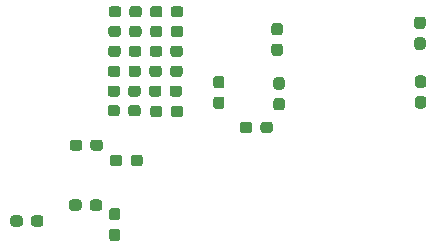
<source format=gbr>
%TF.GenerationSoftware,KiCad,Pcbnew,(5.1.6-0-10_14)*%
%TF.CreationDate,2020-07-31T15:00:41-05:00*%
%TF.ProjectId,final_fingerprint_sensor,66696e61-6c5f-4666-996e-676572707269,rev?*%
%TF.SameCoordinates,Original*%
%TF.FileFunction,Paste,Bot*%
%TF.FilePolarity,Positive*%
%FSLAX46Y46*%
G04 Gerber Fmt 4.6, Leading zero omitted, Abs format (unit mm)*
G04 Created by KiCad (PCBNEW (5.1.6-0-10_14)) date 2020-07-31 15:00:41*
%MOMM*%
%LPD*%
G01*
G04 APERTURE LIST*
G04 APERTURE END LIST*
%TO.C,C1*%
G36*
G01*
X118525000Y-70162500D02*
X118525000Y-69687500D01*
G75*
G02*
X118762500Y-69450000I237500J0D01*
G01*
X119337500Y-69450000D01*
G75*
G02*
X119575000Y-69687500I0J-237500D01*
G01*
X119575000Y-70162500D01*
G75*
G02*
X119337500Y-70400000I-237500J0D01*
G01*
X118762500Y-70400000D01*
G75*
G02*
X118525000Y-70162500I0J237500D01*
G01*
G37*
G36*
G01*
X120275000Y-70162500D02*
X120275000Y-69687500D01*
G75*
G02*
X120512500Y-69450000I237500J0D01*
G01*
X121087500Y-69450000D01*
G75*
G02*
X121325000Y-69687500I0J-237500D01*
G01*
X121325000Y-70162500D01*
G75*
G02*
X121087500Y-70400000I-237500J0D01*
G01*
X120512500Y-70400000D01*
G75*
G02*
X120275000Y-70162500I0J237500D01*
G01*
G37*
%TD*%
%TO.C,C4*%
G36*
G01*
X121225000Y-57087500D02*
X121225000Y-57562500D01*
G75*
G02*
X120987500Y-57800000I-237500J0D01*
G01*
X120412500Y-57800000D01*
G75*
G02*
X120175000Y-57562500I0J237500D01*
G01*
X120175000Y-57087500D01*
G75*
G02*
X120412500Y-56850000I237500J0D01*
G01*
X120987500Y-56850000D01*
G75*
G02*
X121225000Y-57087500I0J-237500D01*
G01*
G37*
G36*
G01*
X119475000Y-57087500D02*
X119475000Y-57562500D01*
G75*
G02*
X119237500Y-57800000I-237500J0D01*
G01*
X118662500Y-57800000D01*
G75*
G02*
X118425000Y-57562500I0J237500D01*
G01*
X118425000Y-57087500D01*
G75*
G02*
X118662500Y-56850000I237500J0D01*
G01*
X119237500Y-56850000D01*
G75*
G02*
X119475000Y-57087500I0J-237500D01*
G01*
G37*
%TD*%
%TO.C,C6*%
G36*
G01*
X120125000Y-60912500D02*
X120125000Y-60437500D01*
G75*
G02*
X120362500Y-60200000I237500J0D01*
G01*
X120937500Y-60200000D01*
G75*
G02*
X121175000Y-60437500I0J-237500D01*
G01*
X121175000Y-60912500D01*
G75*
G02*
X120937500Y-61150000I-237500J0D01*
G01*
X120362500Y-61150000D01*
G75*
G02*
X120125000Y-60912500I0J237500D01*
G01*
G37*
G36*
G01*
X118375000Y-60912500D02*
X118375000Y-60437500D01*
G75*
G02*
X118612500Y-60200000I237500J0D01*
G01*
X119187500Y-60200000D01*
G75*
G02*
X119425000Y-60437500I0J-237500D01*
G01*
X119425000Y-60912500D01*
G75*
G02*
X119187500Y-61150000I-237500J0D01*
G01*
X118612500Y-61150000D01*
G75*
G02*
X118375000Y-60912500I0J237500D01*
G01*
G37*
%TD*%
%TO.C,C7*%
G36*
G01*
X118325000Y-65937500D02*
X118325000Y-65462500D01*
G75*
G02*
X118562500Y-65225000I237500J0D01*
G01*
X119137500Y-65225000D01*
G75*
G02*
X119375000Y-65462500I0J-237500D01*
G01*
X119375000Y-65937500D01*
G75*
G02*
X119137500Y-66175000I-237500J0D01*
G01*
X118562500Y-66175000D01*
G75*
G02*
X118325000Y-65937500I0J237500D01*
G01*
G37*
G36*
G01*
X120075000Y-65937500D02*
X120075000Y-65462500D01*
G75*
G02*
X120312500Y-65225000I237500J0D01*
G01*
X120887500Y-65225000D01*
G75*
G02*
X121125000Y-65462500I0J-237500D01*
G01*
X121125000Y-65937500D01*
G75*
G02*
X120887500Y-66175000I-237500J0D01*
G01*
X120312500Y-66175000D01*
G75*
G02*
X120075000Y-65937500I0J237500D01*
G01*
G37*
%TD*%
%TO.C,C8*%
G36*
G01*
X121125000Y-63812500D02*
X121125000Y-64287500D01*
G75*
G02*
X120887500Y-64525000I-237500J0D01*
G01*
X120312500Y-64525000D01*
G75*
G02*
X120075000Y-64287500I0J237500D01*
G01*
X120075000Y-63812500D01*
G75*
G02*
X120312500Y-63575000I237500J0D01*
G01*
X120887500Y-63575000D01*
G75*
G02*
X121125000Y-63812500I0J-237500D01*
G01*
G37*
G36*
G01*
X119375000Y-63812500D02*
X119375000Y-64287500D01*
G75*
G02*
X119137500Y-64525000I-237500J0D01*
G01*
X118562500Y-64525000D01*
G75*
G02*
X118325000Y-64287500I0J237500D01*
G01*
X118325000Y-63812500D01*
G75*
G02*
X118562500Y-63575000I237500J0D01*
G01*
X119137500Y-63575000D01*
G75*
G02*
X119375000Y-63812500I0J-237500D01*
G01*
G37*
%TD*%
%TO.C,C9*%
G36*
G01*
X115075000Y-73937500D02*
X115075000Y-73462500D01*
G75*
G02*
X115312500Y-73225000I237500J0D01*
G01*
X115887500Y-73225000D01*
G75*
G02*
X116125000Y-73462500I0J-237500D01*
G01*
X116125000Y-73937500D01*
G75*
G02*
X115887500Y-74175000I-237500J0D01*
G01*
X115312500Y-74175000D01*
G75*
G02*
X115075000Y-73937500I0J237500D01*
G01*
G37*
G36*
G01*
X116825000Y-73937500D02*
X116825000Y-73462500D01*
G75*
G02*
X117062500Y-73225000I237500J0D01*
G01*
X117637500Y-73225000D01*
G75*
G02*
X117875000Y-73462500I0J-237500D01*
G01*
X117875000Y-73937500D01*
G75*
G02*
X117637500Y-74175000I-237500J0D01*
G01*
X117062500Y-74175000D01*
G75*
G02*
X116825000Y-73937500I0J237500D01*
G01*
G37*
%TD*%
%TO.C,C10*%
G36*
G01*
X116175000Y-68387500D02*
X116175000Y-68862500D01*
G75*
G02*
X115937500Y-69100000I-237500J0D01*
G01*
X115362500Y-69100000D01*
G75*
G02*
X115125000Y-68862500I0J237500D01*
G01*
X115125000Y-68387500D01*
G75*
G02*
X115362500Y-68150000I237500J0D01*
G01*
X115937500Y-68150000D01*
G75*
G02*
X116175000Y-68387500I0J-237500D01*
G01*
G37*
G36*
G01*
X117925000Y-68387500D02*
X117925000Y-68862500D01*
G75*
G02*
X117687500Y-69100000I-237500J0D01*
G01*
X117112500Y-69100000D01*
G75*
G02*
X116875000Y-68862500I0J237500D01*
G01*
X116875000Y-68387500D01*
G75*
G02*
X117112500Y-68150000I237500J0D01*
G01*
X117687500Y-68150000D01*
G75*
G02*
X117925000Y-68387500I0J-237500D01*
G01*
G37*
%TD*%
%TO.C,C13*%
G36*
G01*
X120150000Y-59237500D02*
X120150000Y-58762500D01*
G75*
G02*
X120387500Y-58525000I237500J0D01*
G01*
X120962500Y-58525000D01*
G75*
G02*
X121200000Y-58762500I0J-237500D01*
G01*
X121200000Y-59237500D01*
G75*
G02*
X120962500Y-59475000I-237500J0D01*
G01*
X120387500Y-59475000D01*
G75*
G02*
X120150000Y-59237500I0J237500D01*
G01*
G37*
G36*
G01*
X118400000Y-59237500D02*
X118400000Y-58762500D01*
G75*
G02*
X118637500Y-58525000I237500J0D01*
G01*
X119212500Y-58525000D01*
G75*
G02*
X119450000Y-58762500I0J-237500D01*
G01*
X119450000Y-59237500D01*
G75*
G02*
X119212500Y-59475000I-237500J0D01*
G01*
X118637500Y-59475000D01*
G75*
G02*
X118400000Y-59237500I0J237500D01*
G01*
G37*
%TD*%
%TO.C,R1*%
G36*
G01*
X120100000Y-62612500D02*
X120100000Y-62137500D01*
G75*
G02*
X120337500Y-61900000I237500J0D01*
G01*
X120912500Y-61900000D01*
G75*
G02*
X121150000Y-62137500I0J-237500D01*
G01*
X121150000Y-62612500D01*
G75*
G02*
X120912500Y-62850000I-237500J0D01*
G01*
X120337500Y-62850000D01*
G75*
G02*
X120100000Y-62612500I0J237500D01*
G01*
G37*
G36*
G01*
X118350000Y-62612500D02*
X118350000Y-62137500D01*
G75*
G02*
X118587500Y-61900000I237500J0D01*
G01*
X119162500Y-61900000D01*
G75*
G02*
X119400000Y-62137500I0J-237500D01*
G01*
X119400000Y-62612500D01*
G75*
G02*
X119162500Y-62850000I-237500J0D01*
G01*
X118587500Y-62850000D01*
G75*
G02*
X118350000Y-62612500I0J237500D01*
G01*
G37*
%TD*%
%TO.C,R2*%
G36*
G01*
X121825000Y-64287500D02*
X121825000Y-63812500D01*
G75*
G02*
X122062500Y-63575000I237500J0D01*
G01*
X122637500Y-63575000D01*
G75*
G02*
X122875000Y-63812500I0J-237500D01*
G01*
X122875000Y-64287500D01*
G75*
G02*
X122637500Y-64525000I-237500J0D01*
G01*
X122062500Y-64525000D01*
G75*
G02*
X121825000Y-64287500I0J237500D01*
G01*
G37*
G36*
G01*
X123575000Y-64287500D02*
X123575000Y-63812500D01*
G75*
G02*
X123812500Y-63575000I237500J0D01*
G01*
X124387500Y-63575000D01*
G75*
G02*
X124625000Y-63812500I0J-237500D01*
G01*
X124625000Y-64287500D01*
G75*
G02*
X124387500Y-64525000I-237500J0D01*
G01*
X123812500Y-64525000D01*
G75*
G02*
X123575000Y-64287500I0J237500D01*
G01*
G37*
%TD*%
%TO.C,R3*%
G36*
G01*
X123675000Y-59237500D02*
X123675000Y-58762500D01*
G75*
G02*
X123912500Y-58525000I237500J0D01*
G01*
X124487500Y-58525000D01*
G75*
G02*
X124725000Y-58762500I0J-237500D01*
G01*
X124725000Y-59237500D01*
G75*
G02*
X124487500Y-59475000I-237500J0D01*
G01*
X123912500Y-59475000D01*
G75*
G02*
X123675000Y-59237500I0J237500D01*
G01*
G37*
G36*
G01*
X121925000Y-59237500D02*
X121925000Y-58762500D01*
G75*
G02*
X122162500Y-58525000I237500J0D01*
G01*
X122737500Y-58525000D01*
G75*
G02*
X122975000Y-58762500I0J-237500D01*
G01*
X122975000Y-59237500D01*
G75*
G02*
X122737500Y-59475000I-237500J0D01*
G01*
X122162500Y-59475000D01*
G75*
G02*
X121925000Y-59237500I0J237500D01*
G01*
G37*
%TD*%
%TO.C,R5*%
G36*
G01*
X121875000Y-62612500D02*
X121875000Y-62137500D01*
G75*
G02*
X122112500Y-61900000I237500J0D01*
G01*
X122687500Y-61900000D01*
G75*
G02*
X122925000Y-62137500I0J-237500D01*
G01*
X122925000Y-62612500D01*
G75*
G02*
X122687500Y-62850000I-237500J0D01*
G01*
X122112500Y-62850000D01*
G75*
G02*
X121875000Y-62612500I0J237500D01*
G01*
G37*
G36*
G01*
X123625000Y-62612500D02*
X123625000Y-62137500D01*
G75*
G02*
X123862500Y-61900000I237500J0D01*
G01*
X124437500Y-61900000D01*
G75*
G02*
X124675000Y-62137500I0J-237500D01*
G01*
X124675000Y-62612500D01*
G75*
G02*
X124437500Y-62850000I-237500J0D01*
G01*
X123862500Y-62850000D01*
G75*
G02*
X123625000Y-62612500I0J237500D01*
G01*
G37*
%TD*%
%TO.C,R6*%
G36*
G01*
X121925000Y-57562500D02*
X121925000Y-57087500D01*
G75*
G02*
X122162500Y-56850000I237500J0D01*
G01*
X122737500Y-56850000D01*
G75*
G02*
X122975000Y-57087500I0J-237500D01*
G01*
X122975000Y-57562500D01*
G75*
G02*
X122737500Y-57800000I-237500J0D01*
G01*
X122162500Y-57800000D01*
G75*
G02*
X121925000Y-57562500I0J237500D01*
G01*
G37*
G36*
G01*
X123675000Y-57562500D02*
X123675000Y-57087500D01*
G75*
G02*
X123912500Y-56850000I237500J0D01*
G01*
X124487500Y-56850000D01*
G75*
G02*
X124725000Y-57087500I0J-237500D01*
G01*
X124725000Y-57562500D01*
G75*
G02*
X124487500Y-57800000I-237500J0D01*
G01*
X123912500Y-57800000D01*
G75*
G02*
X123675000Y-57562500I0J237500D01*
G01*
G37*
%TD*%
%TO.C,R14*%
G36*
G01*
X132912500Y-61075000D02*
X132437500Y-61075000D01*
G75*
G02*
X132200000Y-60837500I0J237500D01*
G01*
X132200000Y-60262500D01*
G75*
G02*
X132437500Y-60025000I237500J0D01*
G01*
X132912500Y-60025000D01*
G75*
G02*
X133150000Y-60262500I0J-237500D01*
G01*
X133150000Y-60837500D01*
G75*
G02*
X132912500Y-61075000I-237500J0D01*
G01*
G37*
G36*
G01*
X132912500Y-59325000D02*
X132437500Y-59325000D01*
G75*
G02*
X132200000Y-59087500I0J237500D01*
G01*
X132200000Y-58512500D01*
G75*
G02*
X132437500Y-58275000I237500J0D01*
G01*
X132912500Y-58275000D01*
G75*
G02*
X133150000Y-58512500I0J-237500D01*
G01*
X133150000Y-59087500D01*
G75*
G02*
X132912500Y-59325000I-237500J0D01*
G01*
G37*
%TD*%
%TO.C,R17*%
G36*
G01*
X127512500Y-62775000D02*
X127987500Y-62775000D01*
G75*
G02*
X128225000Y-63012500I0J-237500D01*
G01*
X128225000Y-63587500D01*
G75*
G02*
X127987500Y-63825000I-237500J0D01*
G01*
X127512500Y-63825000D01*
G75*
G02*
X127275000Y-63587500I0J237500D01*
G01*
X127275000Y-63012500D01*
G75*
G02*
X127512500Y-62775000I237500J0D01*
G01*
G37*
G36*
G01*
X127512500Y-64525000D02*
X127987500Y-64525000D01*
G75*
G02*
X128225000Y-64762500I0J-237500D01*
G01*
X128225000Y-65337500D01*
G75*
G02*
X127987500Y-65575000I-237500J0D01*
G01*
X127512500Y-65575000D01*
G75*
G02*
X127275000Y-65337500I0J237500D01*
G01*
X127275000Y-64762500D01*
G75*
G02*
X127512500Y-64525000I237500J0D01*
G01*
G37*
%TD*%
%TO.C,R18*%
G36*
G01*
X129525000Y-67362500D02*
X129525000Y-66887500D01*
G75*
G02*
X129762500Y-66650000I237500J0D01*
G01*
X130337500Y-66650000D01*
G75*
G02*
X130575000Y-66887500I0J-237500D01*
G01*
X130575000Y-67362500D01*
G75*
G02*
X130337500Y-67600000I-237500J0D01*
G01*
X129762500Y-67600000D01*
G75*
G02*
X129525000Y-67362500I0J237500D01*
G01*
G37*
G36*
G01*
X131275000Y-67362500D02*
X131275000Y-66887500D01*
G75*
G02*
X131512500Y-66650000I237500J0D01*
G01*
X132087500Y-66650000D01*
G75*
G02*
X132325000Y-66887500I0J-237500D01*
G01*
X132325000Y-67362500D01*
G75*
G02*
X132087500Y-67600000I-237500J0D01*
G01*
X131512500Y-67600000D01*
G75*
G02*
X131275000Y-67362500I0J237500D01*
G01*
G37*
%TD*%
%TO.C,R19*%
G36*
G01*
X132612500Y-64625000D02*
X133087500Y-64625000D01*
G75*
G02*
X133325000Y-64862500I0J-237500D01*
G01*
X133325000Y-65437500D01*
G75*
G02*
X133087500Y-65675000I-237500J0D01*
G01*
X132612500Y-65675000D01*
G75*
G02*
X132375000Y-65437500I0J237500D01*
G01*
X132375000Y-64862500D01*
G75*
G02*
X132612500Y-64625000I237500J0D01*
G01*
G37*
G36*
G01*
X132612500Y-62875000D02*
X133087500Y-62875000D01*
G75*
G02*
X133325000Y-63112500I0J-237500D01*
G01*
X133325000Y-63687500D01*
G75*
G02*
X133087500Y-63925000I-237500J0D01*
G01*
X132612500Y-63925000D01*
G75*
G02*
X132375000Y-63687500I0J237500D01*
G01*
X132375000Y-63112500D01*
G75*
G02*
X132612500Y-62875000I237500J0D01*
G01*
G37*
%TD*%
%TO.C,R23*%
G36*
G01*
X123675000Y-66012500D02*
X123675000Y-65537500D01*
G75*
G02*
X123912500Y-65300000I237500J0D01*
G01*
X124487500Y-65300000D01*
G75*
G02*
X124725000Y-65537500I0J-237500D01*
G01*
X124725000Y-66012500D01*
G75*
G02*
X124487500Y-66250000I-237500J0D01*
G01*
X123912500Y-66250000D01*
G75*
G02*
X123675000Y-66012500I0J237500D01*
G01*
G37*
G36*
G01*
X121925000Y-66012500D02*
X121925000Y-65537500D01*
G75*
G02*
X122162500Y-65300000I237500J0D01*
G01*
X122737500Y-65300000D01*
G75*
G02*
X122975000Y-65537500I0J-237500D01*
G01*
X122975000Y-66012500D01*
G75*
G02*
X122737500Y-66250000I-237500J0D01*
G01*
X122162500Y-66250000D01*
G75*
G02*
X121925000Y-66012500I0J237500D01*
G01*
G37*
%TD*%
%TO.C,C3*%
G36*
G01*
X124700000Y-60437500D02*
X124700000Y-60912500D01*
G75*
G02*
X124462500Y-61150000I-237500J0D01*
G01*
X123887500Y-61150000D01*
G75*
G02*
X123650000Y-60912500I0J237500D01*
G01*
X123650000Y-60437500D01*
G75*
G02*
X123887500Y-60200000I237500J0D01*
G01*
X124462500Y-60200000D01*
G75*
G02*
X124700000Y-60437500I0J-237500D01*
G01*
G37*
G36*
G01*
X122950000Y-60437500D02*
X122950000Y-60912500D01*
G75*
G02*
X122712500Y-61150000I-237500J0D01*
G01*
X122137500Y-61150000D01*
G75*
G02*
X121900000Y-60912500I0J237500D01*
G01*
X121900000Y-60437500D01*
G75*
G02*
X122137500Y-60200000I237500J0D01*
G01*
X122712500Y-60200000D01*
G75*
G02*
X122950000Y-60437500I0J-237500D01*
G01*
G37*
%TD*%
%TO.C,C5*%
G36*
G01*
X145012500Y-60550000D02*
X144537500Y-60550000D01*
G75*
G02*
X144300000Y-60312500I0J237500D01*
G01*
X144300000Y-59737500D01*
G75*
G02*
X144537500Y-59500000I237500J0D01*
G01*
X145012500Y-59500000D01*
G75*
G02*
X145250000Y-59737500I0J-237500D01*
G01*
X145250000Y-60312500D01*
G75*
G02*
X145012500Y-60550000I-237500J0D01*
G01*
G37*
G36*
G01*
X145012500Y-58800000D02*
X144537500Y-58800000D01*
G75*
G02*
X144300000Y-58562500I0J237500D01*
G01*
X144300000Y-57987500D01*
G75*
G02*
X144537500Y-57750000I237500J0D01*
G01*
X145012500Y-57750000D01*
G75*
G02*
X145250000Y-57987500I0J-237500D01*
G01*
X145250000Y-58562500D01*
G75*
G02*
X145012500Y-58800000I-237500J0D01*
G01*
G37*
%TD*%
%TO.C,C16*%
G36*
G01*
X145062500Y-63775000D02*
X144587500Y-63775000D01*
G75*
G02*
X144350000Y-63537500I0J237500D01*
G01*
X144350000Y-62962500D01*
G75*
G02*
X144587500Y-62725000I237500J0D01*
G01*
X145062500Y-62725000D01*
G75*
G02*
X145300000Y-62962500I0J-237500D01*
G01*
X145300000Y-63537500D01*
G75*
G02*
X145062500Y-63775000I-237500J0D01*
G01*
G37*
G36*
G01*
X145062500Y-65525000D02*
X144587500Y-65525000D01*
G75*
G02*
X144350000Y-65287500I0J237500D01*
G01*
X144350000Y-64712500D01*
G75*
G02*
X144587500Y-64475000I237500J0D01*
G01*
X145062500Y-64475000D01*
G75*
G02*
X145300000Y-64712500I0J-237500D01*
G01*
X145300000Y-65287500D01*
G75*
G02*
X145062500Y-65525000I-237500J0D01*
G01*
G37*
%TD*%
%TO.C,R4*%
G36*
G01*
X111150000Y-74812500D02*
X111150000Y-75287500D01*
G75*
G02*
X110912500Y-75525000I-237500J0D01*
G01*
X110337500Y-75525000D01*
G75*
G02*
X110100000Y-75287500I0J237500D01*
G01*
X110100000Y-74812500D01*
G75*
G02*
X110337500Y-74575000I237500J0D01*
G01*
X110912500Y-74575000D01*
G75*
G02*
X111150000Y-74812500I0J-237500D01*
G01*
G37*
G36*
G01*
X112900000Y-74812500D02*
X112900000Y-75287500D01*
G75*
G02*
X112662500Y-75525000I-237500J0D01*
G01*
X112087500Y-75525000D01*
G75*
G02*
X111850000Y-75287500I0J237500D01*
G01*
X111850000Y-74812500D01*
G75*
G02*
X112087500Y-74575000I237500J0D01*
G01*
X112662500Y-74575000D01*
G75*
G02*
X112900000Y-74812500I0J-237500D01*
G01*
G37*
%TD*%
%TO.C,R20*%
G36*
G01*
X119162500Y-76750000D02*
X118687500Y-76750000D01*
G75*
G02*
X118450000Y-76512500I0J237500D01*
G01*
X118450000Y-75937500D01*
G75*
G02*
X118687500Y-75700000I237500J0D01*
G01*
X119162500Y-75700000D01*
G75*
G02*
X119400000Y-75937500I0J-237500D01*
G01*
X119400000Y-76512500D01*
G75*
G02*
X119162500Y-76750000I-237500J0D01*
G01*
G37*
G36*
G01*
X119162500Y-75000000D02*
X118687500Y-75000000D01*
G75*
G02*
X118450000Y-74762500I0J237500D01*
G01*
X118450000Y-74187500D01*
G75*
G02*
X118687500Y-73950000I237500J0D01*
G01*
X119162500Y-73950000D01*
G75*
G02*
X119400000Y-74187500I0J-237500D01*
G01*
X119400000Y-74762500D01*
G75*
G02*
X119162500Y-75000000I-237500J0D01*
G01*
G37*
%TD*%
M02*

</source>
